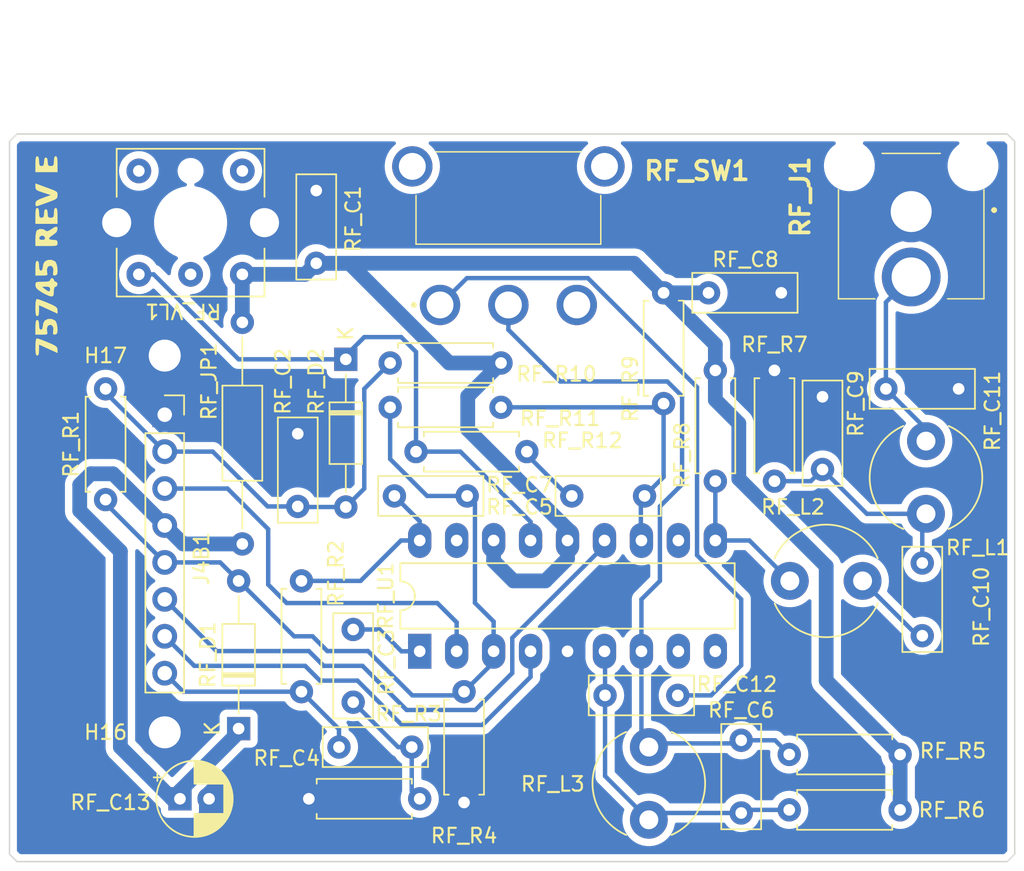
<source format=kicad_pcb>
(kicad_pcb (version 20221018) (generator pcbnew)
  (layers (0 "F.Cu" signal) (31 "B.Cu" signal) (34 "B.Paste" user) (35 "F.Paste" user) (36 "B.SilkS" user "B.Silkscreen") (37 "F.SilkS" user "F.Silkscreen") (38 "B.Mask" user) (39 "F.Mask" user) (44 "Edge.Cuts" user))
  (net 0 "")
  (footprint "Diode_THT:D_DO-35_SOD27_P10.16mm_Horizontal" (layer "F.Cu") (at 140.208 78.74 -90)
    (fp_text reference "RF_D2" (at 1.524 2.032 90) (layer "F.SilkS"))
    (fp_text value "BB329A")
    (fp_text user "K" (at -1.778 0 90) (layer "F.SilkS"))
    (pad "1" thru_hole rect (at 0 0 270) (size 1.6 1.6) (drill 0.8) (layers "F&B.Cu" "*.Mask"))
    (pad "2" thru_hole oval (at 10.16 0 270) (size 1.6 1.6) (drill 0.8) (layers "F&B.Cu" "*.Mask"))
  )
  (footprint "Capacitor_THT:C_Disc_D7.0mm_W2.5mm_P5.00mm" (layer "F.Cu") (at 172.974 86.32 90)
    (fp_text reference "RF_C9" (at 4.532 2.286 90) (layer "F.SilkS"))
    (fp_text value "82pF")
    (pad "1" thru_hole circle (at 0 0 90) (size 1.6 1.6) (drill 0.8) (layers "F&B.Cu" "*.Mask"))
    (pad "2" thru_hole circle (at 5 0 90) (size 1.6 1.6) (drill 0.8) (layers "F&B.Cu" "*.Mask"))
  )
  (footprint "Capacitor_THT:CP_Radial_D5.0mm_P2.00mm" (layer "F.Cu") (at 128.809328 108.966)
    (fp_text reference "RF_C13" (at -4.767552 0.254) (layer "F.SilkS"))
    (fp_text value "10uF")
    (pad "1" thru_hole rect (at 0 0) (size 1.6 1.6) (drill 0.8) (layers "F&B.Cu" "*.Mask"))
    (pad "2" thru_hole circle (at 2 0) (size 1.6 1.6) (drill 0.8) (layers "F&B.Cu" "*.Mask"))
  )
  (footprint "Capacitor_THT:C_Disc_D7.0mm_W2.5mm_P5.00mm" (layer "F.Cu") (at 140.716 97.322 -90)
    (fp_text reference "RF_C3" (at 2.246 -2.286 90) (layer "F.SilkS"))
    (fp_text value "10nF")
    (pad "1" thru_hole circle (at 0 0 270) (size 1.6 1.6) (drill 0.8) (layers "F&B.Cu" "*.Mask"))
    (pad "2" thru_hole circle (at 5 0 270) (size 1.6 1.6) (drill 0.8) (layers "F&B.Cu" "*.Mask"))
  )
  (footprint "Resistor_THT:R_Axial_DIN0207_L6.3mm_D2.5mm_P15.24mm_Horizontal" (layer "F.Cu") (at 133.096 76.2 -90)
    (fp_text reference "RF_JP1" (at 4.064 2.286 90) (layer "F.SilkS"))
    (fp_text value "Jumper_2_Bridged")
    (pad "1" thru_hole circle (at 0 0 270) (size 1.6 1.6) (drill 0.8) (layers "F&B.Cu" "*.Mask"))
    (pad "2" thru_hole oval (at 15.24 0 270) (size 1.6 1.6) (drill 0.8) (layers "F&B.Cu" "*.Mask"))
  )
  (footprint "Resistor_THT:R_Axial_DIN0207_L6.3mm_D2.5mm_P7.62mm_Horizontal" (layer "F.Cu") (at 150.876 78.994 180)
    (fp_text reference "RF_R10" (at -3.81 -0.762) (layer "F.SilkS"))
    (fp_text value "39K")
    (pad "1" thru_hole circle (at 0 0 180) (size 1.6 1.6) (drill 0.8) (layers "F&B.Cu" "*.Mask"))
    (pad "2" thru_hole oval (at 7.62 0 180) (size 1.6 1.6) (drill 0.8) (layers "F&B.Cu" "*.Mask"))
  )
  (footprint "Connector_PinSocket_2.54mm:PinSocket_1x08_P2.54mm_Vertical" (layer "F.Cu") (at 127.762 82.55)
    (fp_text reference "J4B1" (at 2.54 9.906 90) (layer "F.SilkS"))
    (fp_text value "Conn_01x08")
    (pad "1" thru_hole rect (at 0 0) (size 1.7 1.7) (drill 1) (layers "F&B.Cu" "*.Mask"))
    (pad "2" thru_hole oval (at 0 2.54) (size 1.7 1.7) (drill 1) (layers "F&B.Cu" "*.Mask"))
    (pad "3" thru_hole oval (at 0 5.08) (size 1.7 1.7) (drill 1) (layers "F&B.Cu" "*.Mask"))
    (pad "4" thru_hole oval (at 0 7.62) (size 1.7 1.7) (drill 1) (layers "F&B.Cu" "*.Mask"))
    (pad "5" thru_hole oval (at 0 10.16) (size 1.7 1.7) (drill 1) (layers "F&B.Cu" "*.Mask"))
    (pad "6" thru_hole oval (at 0 12.7) (size 1.7 1.7) (drill 1) (layers "F&B.Cu" "*.Mask"))
    (pad "7" thru_hole oval (at 0 15.24) (size 1.7 1.7) (drill 1) (layers "F&B.Cu" "*.Mask"))
    (pad "8" thru_hole oval (at 0 17.78) (size 1.7 1.7) (drill 1) (layers "F&B.Cu" "*.Mask"))
  )
  (footprint "Capacitor_THT:C_Disc_D7.0mm_W2.5mm_P5.00mm" (layer "F.Cu") (at 136.906 83.86 -90)
    (fp_text reference "RF_C2" (at -3.596 1.016 90) (layer "F.SilkS"))
    (fp_text value "10nF")
    (pad "1" thru_hole circle (at 0 0 270) (size 1.6 1.6) (drill 0.8) (layers "F&B.Cu" "*.Mask"))
    (pad "2" thru_hole circle (at 5 0 270) (size 1.6 1.6) (drill 0.8) (layers "F&B.Cu" "*.Mask"))
  )
  (footprint "Resistor_THT:R_Axial_DIN0207_L6.3mm_D2.5mm_P7.62mm_Horizontal" (layer "F.Cu") (at 170.688 109.728)
    (fp_text reference "RF_R6" (at 11.176 0) (layer "F.SilkS"))
    (fp_text value "240R")
    (pad "1" thru_hole circle (at 0 0) (size 1.6 1.6) (drill 0.8) (layers "F&B.Cu" "*.Mask"))
    (pad "2" thru_hole oval (at 7.62 0) (size 1.6 1.6) (drill 0.8) (layers "F&B.Cu" "*.Mask"))
  )
  (footprint "Capacitor_THT:C_Disc_D7.0mm_W2.5mm_P5.00mm" (layer "F.Cu") (at 179.832 97.75 90)
    (fp_text reference "RF_C10" (at 1.992 4.064 90) (layer "F.SilkS"))
    (fp_text value "10pF")
    (pad "1" thru_hole circle (at 0 0 90) (size 1.6 1.6) (drill 0.8) (layers "F&B.Cu" "*.Mask"))
    (pad "2" thru_hole circle (at 5 0 90) (size 1.6 1.6) (drill 0.8) (layers "F&B.Cu" "*.Mask"))
  )
  (footprint "Inductor_THT:L_Radial_D7.5mm_P5.00mm_Fastron_07P" (layer "F.Cu") (at 161.036 105.41 -90)
    (fp_text reference "RF_L3" (at 2.54 6.604) (layer "F.SilkS"))
    (fp_text value "1.5uH")
    (pad "1" thru_hole circle (at 0 0 270) (size 2.6 2.6) (drill 1.3) (layers "F&B.Cu" "*.Mask"))
    (pad "2" thru_hole circle (at 5 0 270) (size 2.6 2.6) (drill 1.3) (layers "F&B.Cu" "*.Mask"))
  )
  (footprint "MountingHole:MountingHole_2.2mm_M2_DIN965_Pad" (layer "F.Cu") (at 127.762 78.486)
    (fp_text reference "H17" (at -4.064 0) (layer "F.SilkS"))
    (fp_text value "MountingHole_Pad")
    (pad "1" thru_hole circle (at 0 0) (size 3.8 3.8) (drill 2.2) (layers "F&B.Cu" "*.Mask"))
  )
  (footprint "Package_DIP:DIP-18_W7.62mm_LongPads" (layer "F.Cu") (at 145.288 98.821 90)
    (fp_text reference "RF_U1" (at 3.81 -2.33 90) (layer "F.SilkS"))
    (fp_text value "LM1889")
    (pad "1" thru_hole rect (at 0 0 90) (size 2.4 1.6) (drill 0.8) (layers "F&B.Cu" "*.Mask"))
    (pad "2" thru_hole oval (at 0 2.54 90) (size 2.4 1.6) (drill 0.8) (layers "F&B.Cu" "*.Mask"))
    (pad "3" thru_hole oval (at 0 5.08 90) (size 2.4 1.6) (drill 0.8) (layers "F&B.Cu" "*.Mask"))
    (pad "4" thru_hole oval (at 0 7.62 90) (size 2.4 1.6) (drill 0.8) (layers "F&B.Cu" "*.Mask"))
    (pad "5" thru_hole oval (at 0 10.16 90) (size 2.4 1.6) (drill 0.8) (layers "F&B.Cu" "*.Mask"))
    (pad "6" thru_hole oval (at 0 12.7 90) (size 2.4 1.6) (drill 0.8) (layers "F&B.Cu" "*.Mask"))
    (pad "7" thru_hole oval (at 0 15.24 90) (size 2.4 1.6) (drill 0.8) (layers "F&B.Cu" "*.Mask"))
    (pad "8" thru_hole oval (at 0 17.78 90) (size 2.4 1.6) (drill 0.8) (layers "F&B.Cu" "*.Mask"))
    (pad "9" thru_hole oval (at 0 20.32 90) (size 2.4 1.6) (drill 0.8) (layers "F&B.Cu" "*.Mask"))
    (pad "10" thru_hole oval (at 7.62 20.32 90) (size 2.4 1.6) (drill 0.8) (layers "F&B.Cu" "*.Mask"))
    (pad "11" thru_hole oval (at 7.62 17.78 90) (size 2.4 1.6) (drill 0.8) (layers "F&B.Cu" "*.Mask"))
    (pad "12" thru_hole oval (at 7.62 15.24 90) (size 2.4 1.6) (drill 0.8) (layers "F&B.Cu" "*.Mask"))
    (pad "13" thru_hole oval (at 7.62 12.7 90) (size 2.4 1.6) (drill 0.8) (layers "F&B.Cu" "*.Mask"))
    (pad "14" thru_hole oval (at 7.62 10.16 90) (size 2.4 1.6) (drill 0.8) (layers "F&B.Cu" "*.Mask"))
    (pad "15" thru_hole oval (at 7.62 7.62 90) (size 2.4 1.6) (drill 0.8) (layers "F&B.Cu" "*.Mask"))
    (pad "16" thru_hole oval (at 7.62 5.08 90) (size 2.4 1.6) (drill 0.8) (layers "F&B.Cu" "*.Mask"))
    (pad "17" thru_hole oval (at 7.62 2.54 90) (size 2.4 1.6) (drill 0.8) (layers "F&B.Cu" "*.Mask"))
    (pad "18" thru_hole oval (at 7.62 0 90) (size 2.4 1.6) (drill 0.8) (layers "F&B.Cu" "*.Mask"))
  )
  (footprint "Capacitor_THT:C_Disc_D7.0mm_W2.5mm_P5.00mm" (layer "F.Cu") (at 163.028 101.854 180)
    (fp_text reference "RF_C12" (at -4.064 0.762) (layer "F.SilkS"))
    (fp_text value "20pF")
    (pad "1" thru_hole circle (at 0 0 180) (size 1.6 1.6) (drill 0.8) (layers "F&B.Cu" "*.Mask"))
    (pad "2" thru_hole circle (at 5 0 180) (size 1.6 1.6) (drill 0.8) (layers "F&B.Cu" "*.Mask"))
  )
  (footprint "Resistor_THT:R_Axial_DIN0207_L6.3mm_D2.5mm_P7.62mm_Horizontal" (layer "F.Cu") (at 137.16 93.98 -90)
    (fp_text reference "RF_R2" (at -0.508 -2.37 90) (layer "F.SilkS"))
    (fp_text value "1K")
    (pad "1" thru_hole circle (at 0 0 270) (size 1.6 1.6) (drill 0.8) (layers "F&B.Cu" "*.Mask"))
    (pad "2" thru_hole oval (at 7.62 0 270) (size 1.6 1.6) (drill 0.8) (layers "F&B.Cu" "*.Mask"))
  )
  (footprint "Capacitor_THT:C_Disc_D7.0mm_W2.5mm_P5.00mm" (layer "F.Cu") (at 138.176 72.136 90)
    (fp_text reference "RF_C1" (at 3.048 2.54 90) (layer "F.SilkS"))
    (fp_text value "1nF")
    (pad "1" thru_hole circle (at 0 0 90) (size 1.6 1.6) (drill 0.8) (layers "F&B.Cu" "*.Mask"))
    (pad "2" thru_hole circle (at 5 0 90) (size 1.6 1.6) (drill 0.8) (layers "F&B.Cu" "*.Mask"))
  )
  (footprint "logos:rf_board_revision" (layer "F.Cu") (at 119.634 71.628 90)
    (fp_text reference "S5" hide)
    (fp_text value "rf_board_rev" hide)
  )
  (footprint "Capacitor_THT:C_Disc_D7.0mm_W2.5mm_P5.00mm" (layer "F.Cu") (at 155.742 88.138)
    (fp_text reference "RF_C7" (at -3.596 -0.762) (layer "F.SilkS"))
    (fp_text value "47pF")
    (pad "1" thru_hole circle (at 0 0) (size 1.6 1.6) (drill 0.8) (layers "F&B.Cu" "*.Mask"))
    (pad "2" thru_hole circle (at 5 0) (size 1.6 1.6) (drill 0.8) (layers "F&B.Cu" "*.Mask"))
  )
  (footprint "Resistor_THT:R_Axial_DIN0207_L6.3mm_D2.5mm_P7.62mm_Horizontal" (layer "F.Cu") (at 162.052 74.168 -90)
    (fp_text reference "RF_R9" (at 6.604 2.286 90) (layer "F.SilkS"))
    (fp_text value "8K2")
    (pad "1" thru_hole circle (at 0 0 270) (size 1.6 1.6) (drill 0.8) (layers "F&B.Cu" "*.Mask"))
    (pad "2" thru_hole oval (at 7.62 0 270) (size 1.6 1.6) (drill 0.8) (layers "F&B.Cu" "*.Mask"))
  )
  (footprint "1101M2S3ABE2:1101M2S3ABE2" (layer "F.Cu") (at 146.6845 75.003 180)
    (fp_text reference "RF_SW1" (at -17.6535 9.217) (layer "F.SilkS") (effects (font (size 1.27 1.27) (thickness 0.254))))
    (fp_text value "SW_SPDT" hide)
    (pad "1" thru_hole circle (at -9.4 0 180) (size 2.775 2.775) (drill 1.85) (layers "F&B.Cu" "*.Mask"))
    (pad "2" thru_hole circle (at -4.7 0 180) (size 2.775 2.775) (drill 1.85) (layers "F&B.Cu" "*.Mask"))
    (pad "3" thru_hole circle (at 0 0 180) (size 2.775 2.775) (drill 1.85) (layers "F&B.Cu" "*.Mask"))
    (pad "4" thru_hole circle (at -11.305 9.53 180) (size 2.775 2.775) (drill 1.85) (layers "F&B.Cu" "*.Mask"))
    (pad "4" thru_hole circle (at 1.905 9.53 180) (size 2.775 2.775) (drill 1.85) (layers "F&B.Cu" "*.Mask"))
  )
  (footprint "RCJ-041:RCJ041_copy" (layer "F.Cu") (at 179.07 68.58 90)
    (fp_text reference "RF_J1" (at 1.016 -7.62 90) (layer "F.SilkS") (effects (font (size 1.27 1.27) (thickness 0.254))))
    (fp_text value "RF_OUT" hide)
    (pad "" np_thru_hole circle (at 3.15 -4.25 90) (size 0.001 0.001) (drill 2.476) (layers "F&B.Cu" "*.Mask"))
    (pad "" np_thru_hole circle (at 3.15 4.25 90) (size 0.001 0.001) (drill 2.476) (layers "F&B.Cu" "*.Mask"))
    (pad "S" thru_hole circle (at 0 0 90) (size 4.227 4.227) (drill 2.818) (layers "F&B.Cu" "*.Mask"))
    (pad "T" thru_hole circle (at -4.5 0 90) (size 4.039 4.039) (drill 2.6926) (layers "F&B.Cu" "*.Mask"))
  )
  (footprint "MountingHole:MountingHole_2.2mm_M2_DIN965_Pad" (layer "F.Cu") (at 127.762 104.394)
    (fp_text reference "H16" (at -4.064 0) (layer "F.SilkS"))
    (fp_text value "MountingHole_Pad")
    (pad "1" thru_hole circle (at 0 0) (size 3.8 3.8) (drill 2.2) (layers "F&B.Cu" "*.Mask"))
  )
  (footprint "Resistor_THT:R_Axial_DIN0207_L6.3mm_D2.5mm_P7.62mm_Horizontal" (layer "F.Cu") (at 178.308 105.918 180)
    (fp_text reference "RF_R5" (at -3.632 0.254) (layer "F.SilkS"))
    (fp_text value "240R")
    (pad "1" thru_hole circle (at 0 0 180) (size 1.6 1.6) (drill 0.8) (layers "F&B.Cu" "*.Mask"))
    (pad "2" thru_hole oval (at 7.62 0 180) (size 1.6 1.6) (drill 0.8) (layers "F&B.Cu" "*.Mask"))
  )
  (footprint "Capacitor_THT:C_Disc_D7.0mm_W2.5mm_P5.00mm" (layer "F.Cu") (at 167.386 104.942 -90)
    (fp_text reference "RF_C6" (at -2.072 0) (layer "F.SilkS"))
    (fp_text value "82pF")
    (pad "1" thru_hole circle (at 0 0 270) (size 1.6 1.6) (drill 0.8) (layers "F&B.Cu" "*.Mask"))
    (pad "2" thru_hole circle (at 5 0 270) (size 1.6 1.6) (drill 0.8) (layers "F&B.Cu" "*.Mask"))
  )
  (footprint "Inductor_THT:L_Radial_D7.5mm_P5.00mm_Fastron_07P" (layer "F.Cu") (at 170.728 93.98)
    (fp_text reference "RF_L2" (at 0.214 -5.08 180) (layer "F.SilkS"))
    (fp_text value "1.4uH")
    (pad "1" thru_hole circle (at 0 0) (size 2.6 2.6) (drill 1.3) (layers "F&B.Cu" "*.Mask"))
    (pad "2" thru_hole circle (at 5 0) (size 2.6 2.6) (drill 1.3) (layers "F&B.Cu" "*.Mask"))
  )
  (footprint "Capacitor_THT:C_Disc_D7.0mm_W2.5mm_P5.00mm" (layer "F.Cu") (at 165.14 74.168)
    (fp_text reference "RF_C8" (at 2.54 -2.286) (layer "F.SilkS"))
    (fp_text value "10nF")
    (pad "1" thru_hole circle (at 0 0) (size 1.6 1.6) (drill 0.8) (layers "F&B.Cu" "*.Mask"))
    (pad "2" thru_hole circle (at 5 0) (size 1.6 1.6) (drill 0.8) (layers "F&B.Cu" "*.Mask"))
  )
  (footprint "Capacitor_THT:C_Disc_D7.0mm_W2.5mm_P5.00mm" (layer "F.Cu") (at 143.55 88.138)
    (fp_text reference "RF_C5" (at 8.596 0.762) (layer "F.SilkS"))
    (fp_text value "47pF")
    (pad "1" thru_hole circle (at 0 0) (size 1.6 1.6) (drill 0.8) (layers "F&B.Cu" "*.Mask"))
    (pad "2" thru_hole circle (at 5 0) (size 1.6 1.6) (drill 0.8) (layers "F&B.Cu" "*.Mask"))
  )
  (footprint "Diode_THT:D_DO-35_SOD27_P10.16mm_Horizontal" (layer "F.Cu") (at 132.842 104.14 90)
    (fp_text reference "RF_D1" (at 5.08 -2.12 90) (layer "F.SilkS"))
    (fp_text value "1N753")
    (fp_text user "K" (at 0 -1.8 90) (layer "F.SilkS"))
    (pad "1" thru_hole rect (at 0 0 90) (size 1.6 1.6) (drill 0.8) (layers "F&B.Cu" "*.Mask"))
    (pad "2" thru_hole oval (at 10.16 0 90) (size 1.6 1.6) (drill 0.8) (layers "F&B.Cu" "*.Mask"))
  )
  (footprint "Capacitor_THT:C_Disc_D7.0mm_W2.5mm_P5.00mm" (layer "F.Cu") (at 177.332 80.772)
    (fp_text reference "RF_C11" (at 7.326 1.524 90) (layer "F.SilkS"))
    (fp_text value "270pF")
    (pad "1" thru_hole circle (at 0 0) (size 1.6 1.6) (drill 0.8) (layers "F&B.Cu" "*.Mask"))
    (pad "2" thru_hole circle (at 5 0) (size 1.6 1.6) (drill 0.8) (layers "F&B.Cu" "*.Mask"))
  )
  (footprint "Capacitor_THT:C_Disc_D7.0mm_W2.5mm_P5.00mm" (layer "F.Cu") (at 144.74 105.41 180)
    (fp_text reference "RF_C4" (at 8.596 -0.762) (layer "F.SilkS"))
    (fp_text value "47pF")
    (pad "1" thru_hole circle (at 0 0 180) (size 1.6 1.6) (drill 0.8) (layers "F&B.Cu" "*.Mask"))
    (pad "2" thru_hole circle (at 5 0 180) (size 1.6 1.6) (drill 0.8) (layers "F&B.Cu" "*.Mask"))
  )
  (footprint "Resistor_THT:R_Axial_DIN0207_L6.3mm_D2.5mm_P7.62mm_Horizontal" (layer "F.Cu") (at 143.256 82.042)
    (fp_text reference "RF_R11" (at 11.684 0.762) (layer "F.SilkS"))
    (fp_text value "4K7")
    (pad "1" thru_hole circle (at 0 0) (size 1.6 1.6) (drill 0.8) (layers "F&B.Cu" "*.Mask"))
    (pad "2" thru_hole oval (at 7.62 0) (size 1.6 1.6) (drill 0.8) (layers "F&B.Cu" "*.Mask"))
  )
  (footprint "Resistor_THT:R_Axial_DIN0207_L6.3mm_D2.5mm_P7.62mm_Horizontal" (layer "F.Cu") (at 169.672 87.122 90)
    (fp_text reference "RF_R7" (at 9.398 0) (layer "F.SilkS"))
    (fp_text value "47R")
    (pad "1" thru_hole circle (at 0 0 90) (size 1.6 1.6) (drill 0.8) (layers "F&B.Cu" "*.Mask"))
    (pad "2" thru_hole oval (at 7.62 0 90) (size 1.6 1.6) (drill 0.8) (layers "F&B.Cu" "*.Mask"))
  )
  (footprint "Resistor_THT:R_Axial_DIN0207_L6.3mm_D2.5mm_P7.62mm_Horizontal" (layer "F.Cu") (at 165.608 87.122 90)
    (fp_text reference "RF_R8" (at 1.778 -2.286 270) (layer "F.SilkS"))
    (fp_text value "82R")
    (pad "1" thru_hole circle (at 0 0 90) (size 1.6 1.6) (drill 0.8) (layers "F&B.Cu" "*.Mask"))
    (pad "2" thru_hole oval (at 7.62 0 90) (size 1.6 1.6) (drill 0.8) (layers "F&B.Cu" "*.Mask"))
  )
  (footprint "Resistor_THT:R_Axial_DIN0207_L6.3mm_D2.5mm_P7.62mm_Horizontal" (layer "F.Cu") (at 123.698 88.392 90)
    (fp_text reference "RF_R1" (at 3.81 -2.37 90) (layer "F.SilkS"))
    (fp_text value "39K")
    (pad "1" thru_hole circle (at 0 0 90) (size 1.6 1.6) (drill 0.8) (layers "F&B.Cu" "*.Mask"))
    (pad "2" thru_hole oval (at 7.62 0 90) (size 1.6 1.6) (drill 0.8) (layers "F&B.Cu" "*.Mask"))
  )
  (footprint "Inductor_THT:L_Radial_D7.5mm_P5.00mm_Fastron_07P" (layer "F.Cu") (at 180.086 89.368 90)
    (fp_text reference "RF_L1" (at -2.326 3.556) (layer "F.SilkS"))
    (fp_text value "1.4uH")
    (pad "1" thru_hole circle (at 0 0 90) (size 2.6 2.6) (drill 1.3) (layers "F&B.Cu" "*.Mask"))
    (pad "2" thru_hole circle (at 5 0 90) (size 2.6 2.6) (drill 1.3) (layers "F&B.Cu" "*.Mask"))
  )
  (footprint "Variable_Inductors:Sumida_73279" (layer "F.Cu") (at 129.54 69.342 180)
    (fp_text reference "RF_VL1" (at 0.508 -6.096 180 unlocked) (layer "F.SilkS"))
    (fp_text value "Sumida_73279")
    (pad "1" thru_hole circle (at 3.556 -3.556 180) (size 1.7 1.7) (drill 0.8) (layers "F&B.Cu" "*.Mask"))
    (pad "2" thru_hole circle (at 0 -3.556 180) (size 1.7 1.7) (drill 0.8) (layers "F&B.Cu" "*.Mask"))
    (pad "3" thru_hole circle (at -3.556 -3.556 180) (size 1.7 1.7) (drill 0.8) (layers "F&B.Cu" "*.Mask"))
    (pad "4" thru_hole circle (at -3.556 3.556 180) (size 1.7 1.7) (drill 0.8) (layers "F&B.Cu" "*.Mask"))
    (pad "5" thru_hole circle (at 0 3.556 180) (size 1.524 1.524) (drill 0.762) (layers "F&B.Cu") (remove_unused_layers))
    (pad "6" thru_hole circle (at 3.556 3.556 180) (size 1.7 1.7) (drill 0.8) (layers "F&B.Cu" "*.Mask"))
    (pad "7" thru_hole circle (at 0 0 180) (size 5 5) (drill 4) (layers "F&B.Cu" "*.Mask") (remove_unused_layers))
    (pad "S" thru_hole circle (at -5.08 0 180) (size 3 3) (drill 2) (layers "F&B.Cu" "*.Mask"))
    (pad "S" thru_hole circle (at 5.08 0 180) (size 3 3) (drill 2) (layers "F&B.Cu" "*.Mask"))
  )
  (footprint "Resistor_THT:R_Axial_DIN0207_L6.3mm_D2.5mm_P7.62mm_Horizontal" (layer "F.Cu") (at 137.668 108.966)
    (fp_text reference "RF_R3" (at 6.858 -5.842) (layer "F.SilkS"))
    (fp_text value "1K")
    (pad "1" thru_hole circle (at 0 0) (size 1.6 1.6) (drill 0.8) (layers "F&B.Cu" "*.Mask"))
    (pad "2" thru_hole oval (at 7.62 0) (size 1.6 1.6) (drill 0.8) (layers "F&B.Cu" "*.Mask"))
  )
  (footprint "Resistor_THT:R_Axial_DIN0207_L6.3mm_D2.5mm_P7.62mm_Horizontal" (layer "F.Cu") (at 148.336 109.22 90)
    (fp_text reference "RF_R4" (at -2.286 0 180) (layer "F.SilkS"))
    (fp_text value "1K")
    (pad "1" thru_hole circle (at 0 0 90) (size 1.6 1.6) (drill 0.8) (layers "F&B.Cu" "*.Mask"))
    (pad "2" thru_hole oval (at 7.62 0 90) (size 1.6 1.6) (drill 0.8) (layers "F&B.Cu" "*.Mask"))
  )
  (footprint "Resistor_THT:R_Axial_DIN0207_L6.3mm_D2.5mm_P7.62mm_Horizontal" (layer "F.Cu") (at 152.654 85.09 180)
    (fp_text reference "RF_R12" (at -3.81 0.762 180) (layer "F.SilkS"))
    (fp_text value "15K")
    (pad "1" thru_hole circle (at 0 0 180) (size 1.6 1.6) (drill 0.8) (layers "F&B.Cu" "*.Mask"))
    (pad "2" thru_hole oval (at 7.62 0 180) (size 1.6 1.6) (drill 0.8) (layers "F&B.Cu" "*.Mask"))
  )
  (gr_line (start 186.182 112.776) (end 186.182 63.754) (stroke (width 0.1)) (layer "Edge.Cuts"))
  (gr_line (start 185.674 113.284) (end 186.182 112.776) (stroke (width 0.1)) (layer "Edge.Cuts"))
  (gr_line (start 117.094 112.776) (end 117.094 63.754) (stroke (width 0.1)) (layer "Edge.Cuts"))
  (gr_line (start 117.602 63.246) (end 117.094 63.754) (stroke (width 0.1)) (layer "Edge.Cuts"))
  (gr_line (start 117.602 63.246) (end 185.674 63.246) (stroke (width 0.1)) (layer "Edge.Cuts"))
  (gr_line (start 117.602 113.284) (end 185.674 113.284) (stroke (width 0.1)) (layer "Edge.Cuts"))
  (gr_line (start 117.094 112.776) (end 117.602 113.284) (stroke (width 0.1)) (layer "Edge.Cuts"))
  (gr_line (start 185.674 63.246) (end 186.182 63.754) (stroke (width 0.1)) (layer "Edge.Cuts"))
  (segment (start 128.809328 108.426672) (end 128.809328 108.966) (width 1.016) (layer "B.Cu") (net 0))
  (segment (start 161.798 88.85995) (end 163.322 87.33595) (width 0.3048) (layer "B.Cu") (net 0))
  (segment (start 140.208 88.9) (end 136.946 88.9) (width 0.3048) (layer "B.Cu") (net 0))
  (segment (start 151.6508 100.3172) (end 151.6508 97.900251) (width 0.3048) (layer "B.Cu") (net 0))
  (segment (start 142.534 97.322) (end 140.716 97.322) (width 0.3048) (layer "B.Cu") (net 0))
  (segment (start 165.608 77.724) (end 162.052 74.168) (width 1.016) (layer "B.Cu") (net 0))
  (segment (start 131.572 92.71) (end 132.842 93.98) (width 0.3048) (layer "B.Cu") (net 0))
  (segment (start 140.208 78.74) (end 140.208 78.486) (width 0.3048) (layer "B.Cu") (net 0))
  (segment (start 144.74 105.41) (end 144.74 108.418) (width 0.3048) (layer "B.Cu") (net 0))
  (segment (start 132.842 78.74) (end 127 72.898) (width 0.3048) (layer "B.Cu") (net 0))
  (segment (start 177.332 74.818) (end 179.07 73.08) (width 0.3048) (layer "B.Cu") (net 0))
  (segment (start 148.336 101.6) (end 150.368 99.568) (width 0.3048) (layer "B.Cu") (net 0))
  (segment (start 132.842 104.14) (end 132.842 104.394) (width 1.016) (layer "B.Cu") (net 0))
  (segment (start 144.003 91.201) (end 145.288 91.201) (width 0.3048) (layer "B.Cu") (net 0))
  (segment (start 121.92 89.154) (end 124.714 91.948) (width 1.016) (layer "B.Cu") (net 0))
  (segment (start 127.762 97.79) (end 129.794 99.822) (width 0.3048) (layer "B.Cu") (net 0))
  (segment (start 152.908 100.584) (end 152.908 98.821) (width 0.3048) (layer "B.Cu") (net 0))
  (segment (start 160.02 72.136) (end 162.052 74.168) (width 1.016) (layer "B.Cu") (net 0))
  (segment (start 151.731 93.98) (end 153.924 93.98) (width 1.016) (layer "B.Cu") (net 0))
  (segment (start 131.318 98.806) (end 137.668 98.806) (width 0.3048) (layer "B.Cu") (net 0))
  (segment (start 167.6 109.728) (end 167.386 109.942) (width 0.3048) (layer "B.Cu") (net 0))
  (segment (start 169.712 104.942) (end 170.688 105.918) (width 0.3048) (layer "B.Cu") (net 0))
  (segment (start 123.698 88.646) (end 123.698 88.392) (width 0.3048) (layer "B.Cu") (net 0))
  (segment (start 150.368 98.821) (end 150.368 96.774) (width 0.3048) (layer "B.Cu") (net 0))
  (segment (start 179.832 92.75) (end 179.832 89.622) (width 0.3048) (layer "B.Cu") (net 0))
  (segment (start 167.172 105.156) (end 167.386 104.942) (width 0.3048) (layer "B.Cu") (net 0))
  (segment (start 179.832 89.622) (end 180.086 89.368) (width 0.3048) (layer "B.Cu") (net 0))
  (segment (start 123.698 81.026) (end 127.762 85.09) (width 0.3048) (layer "B.Cu") (net 0))
  (segment (start 144.74 105.41) (end 143.804 105.41) (width 0.3048) (layer "B.Cu") (net 0))
  (segment (start 144.05795 103.886) (end 149.606 103.886) (width 0.3048) (layer "B.Cu") (net 0))
  (segment (start 141.478 77.216) (end 144.018 77.216) (width 0.3048) (layer "B.Cu") (net 0))
  (segment (start 175.728 93.98) (end 179.498 97.75) (width 0.3048) (layer "B.Cu") (net 0))
  (segment (start 165.608 81.534) (end 165.608 77.724) (width 1.016) (layer "B.Cu") (net 0))
  (segment (start 154.94 80.264) (end 151.3845 76.7085) (width 0.3048) (layer "B.Cu") (net 0))
  (segment (start 128.27 108.966) (end 128.809328 108.966) (width 1.016) (layer "B.Cu") (net 0))
  (segment (start 143.256 85.598) (end 145.796 88.138) (width 0.3048) (layer "B.Cu") (net 0))
  (segment (start 123.698 80.772) (end 123.698 81.026) (width 0.3048) (layer "B.Cu") (net 0))
  (segment (start 148.59 81.28) (end 148.59 83.566) (width 1.016) (layer "B.Cu") (net 0))
  (segment (start 149.0852 88.6732) (end 148.55 88.138) (width 0.3048) (layer "B.Cu") (net 0))
  (segment (start 138.684 99.822) (end 141.351 99.822) (width 0.3048) (layer "B.Cu") (net 0))
  (segment (start 150.368 92.617) (end 151.731 93.98) (width 1.016) (layer "B.Cu") (net 0))
  (segment (start 144.78 101.854) (end 141.732 98.806) (width 0.3048) (layer "B.Cu") (net 0))
  (segment (start 180.086 83.526) (end 180.086 84.368) (width 0.3048) (layer "B.Cu") (net 0))
  (segment (start 177.332 80.772) (end 180.086 83.526) (width 0.3048) (layer "B.Cu") (net 0))
  (segment (start 149.606 103.886) (end 152.908 100.584) (width 0.3048) (layer "B.Cu") (net 0))
  (segment (start 138.938 98.806) (end 137.922 97.79) (width 0.3048) (layer "B.Cu") (net 0))
  (segment (start 152.908 91.201) (end 152.908 89.916) (width 0.3048) (layer "B.Cu") (net 0))
  (segment (start 132.842 104.394) (end 128.809328 108.426672) (width 1.016) (layer "B.Cu") (net 0))
  (segment (start 133.096 91.44) (end 129.032 91.44) (width 1.016) (layer "B.Cu") (net 0))
  (segment (start 167.2208 83.1468) (end 165.608 81.534) (width 1.016) (layer "B.Cu") (net 0))
  (segment (start 161.504 109.942) (end 161.036 110.41) (width 0.3048) (layer "B.Cu") (net 0))
  (segment (start 150.368 96.774) (end 149.0852 95.4912) (width 0.3048) (layer "B.Cu") (net 0))
  (segment (start 141.224 93.98) (end 144.003 91.201) (width 0.3048) (layer "B.Cu") (net 0))
  (segment (start 127.762 92.71) (end 123.698 88.646) (width 0.3048) (layer "B.Cu") (net 0))
  (segment (start 178.308 105.918) (end 173.228 100.838) (width 1.016) (layer "B.Cu") (net 0))
  (segment (start 141.478 87.63) (end 141.478 80.772) (width 0.3048) (layer "B.Cu") (net 0))
  (segment (start 134.874 90.424) (end 132.08 87.63) (width 0.3048) (layer "B.Cu") (net 0))
  (segment (start 136.906 88.86) (end 134.834 88.86) (width 0.3048) (layer "B.Cu") (net 0))
  (segment (start 144.74 108.418) (end 145.288 108.966) (width 0.3048) (layer "B.Cu") (net 0))
  (segment (start 151.3845 76.7085) (end 151.3845 75.003) (width 0.3048) (layer "B.Cu") (net 0))
  (segment (start 161.036 110.41) (end 158.028 107.402) (width 0.3048) (layer "B.Cu") (net 0))
  (segment (start 165.608 87.376) (end 165.608 91.201) (width 0.3048) (layer "B.Cu") (net 0))
  (segment (start 167.386 104.942) (end 169.712 104.942) (width 0.3048) (layer "B.Cu") (net 0))
  (segment (start 146.5008 95.504) (end 136.144 95.504) (width 0.3048) (layer "B.Cu") (net 0))
  (segment (start 145.288 91.201) (end 145.288 89.876) (width 0.3048) (layer "B.Cu") (net 0))
  (segment (start 133.096 72.898) (end 137.414 72.898) (width 1.016) (layer "B.Cu") (net 0))
  (segment (start 137.922 97.79) (end 136.652 97.79) (width 0.3048) (layer "B.Cu") (net 0))
  (segment (start 178.308 109.652) (end 178.232 109.728) (width 1.016) (layer "B.Cu") (net 0))
  (segment (start 141.00995 100.838) (end 144.05795 103.886) (width 0.3048) (layer "B.Cu") (net 0))
  (segment (start 167.386 95.25) (end 164.3508 92.2148) (width 0.3048) (layer "B.Cu") (net 0))
  (segment (start 161.036 105.41) (end 161.29 105.156) (width 0.3048) (layer "B.Cu") (net 0))
  (segment (start 122.682 86.614) (end 121.92 87.376) (width 1.016) (layer "B.Cu") (net 0))
  (segment (start 161.036 105.41) (end 160.528 104.902) (width 0.3048) (layer "B.Cu") (net 0))
  (segment (start 155.488 88.138) (end 152.654 85.304) (width 0.3048) (layer "B.Cu") (net 0))
  (segment (start 150.876 82.042) (end 161.798 82.042) (width 0.3048) (layer "B.Cu") (net 0))
  (segment (start 124.714 91.948) (end 124.714 105.41) (width 1.016) (layer "B.Cu") (net 0))
  (segment (start 150.876 78.994) (end 148.59 81.28) (width 1.016) (layer "B.Cu") (net 0))
  (segment (start 160.528 104.902) (end 160.528 98.821) (width 0.3048) (layer "B.Cu") (net 0))
  (segment (start 137.668 98.806) (end 138.684 99.822) (width 0.3048) (layer "B.Cu") (net 0))
  (segment (start 141.478 80.772) (end 143.256 78.994) (width 0.3048) (layer "B.Cu") (net 0))
  (segment (start 148.5292 73.1583) (end 146.6845 75.003) (width 0.3048) (layer "B.Cu") (net 0))
  (segment (start 165.608 91.201) (end 167.949 91.201) (width 0.3048) (layer "B.Cu") (net 0))
  (segment (start 124.206 86.614) (end 122.682 86.614) (width 1.016) (layer "B.Cu") (net 0))
  (segment (start 152.908 89.916) (end 148.082 85.09) (width 0.3048) (layer "B.Cu") (net 0))
  (segment (start 134.834 88.86) (end 131.064 85.09) (width 0.3048) (layer "B.Cu") (net 0))
  (segment (start 161.29 105.156) (end 167.172 105.156) (width 0.3048) (layer "B.Cu") (net 0))
  (segment (start 173.228 100.838) (end 173.228 92.964) (width 1.016) (layer "B.Cu") (net 0))
  (segment (start 176.022 89.368) (end 172.974 86.32) (width 0.3048) (layer "B.Cu") (net 0))
  (segment (start 127.762 95.25) (end 131.318 98.806) (width 0.3048) (layer "B.Cu") (net 0))
  (segment (start 134.874 94.234) (end 134.874 90.424) (width 0.3048) (layer "B.Cu") (net 0))
  (segment (start 129.032 101.6) (end 127.762 100.33) (width 0.3048) (layer "B.Cu") (net 0))
  (segment (start 133.096 76.2) (end 133.096 72.898) (width 1.016) (layer "B.Cu") (net 0))
  (segment (start 136.144 95.504) (end 134.874 94.234) (width 0.3048) (layer "B.Cu") (net 0))
  (segment (start 127.762 92.71) (end 131.572 92.71) (width 0.3048) (layer "B.Cu") (net 0))
  (segment (start 170.688 109.728) (end 167.6 109.728) (width 0.3048) (layer "B.Cu") (net 0))
  (segment (start 140.451805 72.136) (end 138.176 72.136) (width 1.016) (layer "B.Cu") (net 0))
  (segment (start 162.30595 80.264) (end 154.94 80.264) (width 0.3048) (layer "B.Cu") (net 0))
  (segment (start 161.798 82.042) (end 162.052 81.788) (width 0.3048) (layer "B.Cu") (net 0))
  (segment (start 145.288 89.876) (end 143.55 88.138) (width 0.3048) (layer "B.Cu") (net 0))
  (segment (start 132.08 87.63) (end 127.762 87.63) (width 0.3048) (layer "B.Cu") (net 0))
  (segment (start 136.946 88.9) (end 136.906 88.86) (width 0.3048) (layer "B.Cu") (net 0))
  (segment (start 162.052 74.168) (end 165.14 74.168) (width 1.016) (layer "B.Cu") (net 0))
  (segment (start 164.3508 80.6605) (end 156.8486 73.1583) (width 0.3048) (layer "B.Cu") (net 0))
  (segment (start 137.16 93.98) (end 141.224 93.98) (width 0.3048) (layer "B.Cu") (net 0))
  (segment (start 163.028 101.854) (end 165.314 101.854) (width 0.3048) (layer "B.Cu") (net 0))
  (segment (start 150.876 78.994) (end 147.309805 78.994) (width 1.016) (layer "B.Cu") (net 0))
  (segment (start 155.448 90.424) (end 155.448 91.201) (width 1.016) (layer "B.Cu") (net 0))
  (segment (start 173.228 92.964) (end 167.2208 86.9568) (width 1.016) (layer "B.Cu") (net 0))
  (segment (start 153.924 93.98) (end 155.448 92.456) (width 1.016) (layer "B.Cu") (net 0))
  (segment (start 145.796 88.138) (end 148.55 88.138) (width 0.3048) (layer "B.Cu") (net 0))
  (segment (start 167.949 91.201) (end 170.728 93.98) (width 0.3048) (layer "B.Cu") (net 0))
  (segment (start 137.414 99.822) (end 138.43 100.838) (width 0.3048) (layer "B.Cu") (net 0))
  (segment (start 140.208 78.74) (end 132.842 78.74) (width 0.3048) (layer "B.Cu") (net 0))
  (segment (start 147.309805 78.994) (end 140.451805 72.136) (width 1.016) (layer "B.Cu") (net 0))
  (segment (start 138.176 72.136) (end 160.02 72.136) (width 1.016) (layer "B.Cu") (net 0))
  (segment (start 141.351 99.822) (end 144.3862 102.8572) (width 0.3048) (layer "B.Cu") (net 0))
  (segment (start 160.528 95.25) (end 161.798 93.98) (width 0.3048) (layer "B.Cu") (net 0))
  (segment (start 145.034 78.232) (end 145.034 85.09) (width 0.3048) (layer "B.Cu") (net 0))
  (segment (start 143.256 82.042) (end 143.256 85.598) (width 0.3048) (layer "B.Cu") (net 0))
  (segment (start 179.498 97.75) (end 179.832 97.75) (width 0.3048) (layer "B.Cu") (net 0))
  (segment (start 165.314 101.854) (end 167.386 99.782) (width 0.3048) (layer "B.Cu") (net 0))
  (segment (start 150.368 91.201) (end 150.368 92.617) (width 1.016) (layer "B.Cu") (net 0))
  (segment (start 161.798 93.98) (end 161.798 88.85995) (width 0.3048) (layer "B.Cu") (net 0))
  (segment (start 151.6508 97.900251) (end 157.988 91.563051) (width 0.3048) (layer "B.Cu") (net 0))
  (segment (start 144.033 98.821) (end 142.534 97.322) (width 0.3048) (layer "B.Cu") (net 0))
  (segment (start 178.308 105.918) (end 178.308 109.652) (width 1.016) (layer "B.Cu") (net 0))
  (segment (start 167.2208 86.9568) (end 167.2208 83.1468) (width 1.016) (layer "B.Cu") (net 0))
  (segment (start 148.336 101.6) (end 148.082 101.854) (width 0.3048) (layer "B.Cu") (net 0))
  (segment (start 158.028 98.861) (end 157.988 98.821) (width 0.3048) (layer "B.Cu") (net 0))
  (segment (start 160.488 91.161) (end 160.528 91.201) (width 0.3048) (layer "B.Cu") (net 0))
  (segment (start 160.488 88.392) (end 160.488 91.161) (width 0.3048) (layer "B.Cu") (net 0))
  (segment (start 127 72.898) (end 125.984 72.898) (width 0.3048) (layer "B.Cu") (net 0))
  (segment (start 140.208 78.486) (end 141.478 77.216) (width 0.3048) (layer "B.Cu") (net 0))
  (segment (start 163.322 87.33595) (end 163.322 81.28005) (width 0.3048) (layer "B.Cu") (net 0))
  (segment (start 147.828 96.8312) (end 147.828 98.821) (width 0.3048) (layer "B.Cu") (net 0))
  (segment (start 167.386 109.942) (end 161.504 109.942) (width 0.3048) (layer "B.Cu") (net 0))
  (segment (start 169.672 87.122) (end 172.172 87.122) (width 0.3048) (layer "B.Cu") (net 0))
  (segment (start 148.082 85.09) (end 145.034 85.09) (width 0.3048) (layer "B.Cu") (net 0))
  (segment (start 121.92 87.376) (end 121.92 89.154) (width 1.016) (layer "B.Cu") (net 0))
  (segment (start 139.74 104.18) (end 137.16 101.6) (width 0.3048) (layer "B.Cu") (net 0))
  (segment (start 160.528 98.821) (end 160.528 95.25) (width 0.3048) (layer "B.Cu") (net 0))
  (segment (start 162.052 81.788) (end 162.052 86.828) (width 0.3048) (layer "B.Cu") (net 0))
  (segment (start 162.052 86.828) (end 160.488 88.392) (width 0.3048) (layer "B.Cu") (net 0))
  (segment (start 180.086 89.368) (end 176.022 89.368) (width 0.3048) (layer "B.Cu") (net 0))
  (segment (start 144.018 77.216) (end 145.034 78.232) (width 0.3048) (layer "B.Cu") (net 0))
  (segment (start 155.448 92.456) (end 155.448 91.201) (width 1.016) (layer "B.Cu") (net 0))
  (segment (start 138.43 100.838) (end 141.00995 100.838) (width 0.3048) (layer "B.Cu") (net 0))
  (segment (start 137.16 101.6) (end 129.032 101.6) (width 0.3048) (layer "B.Cu") (net 0))
  (segment (start 164.3508 92.2148) (end 164.3508 80.6605) (width 0.3048) (layer "B.Cu") (net 0))
  (segment (start 144.3862 102.8572) (end 149.1108 102.8572) (width 0.3048) (layer "B.Cu") (net 0))
  (segment (start 158.028 101.854) (end 158.028 98.861) (width 0.3048) (layer "B.Cu") (net 0))
  (segment (start 163.322 81.28005) (end 162.30595 80.264) (width 0.3048) (layer "B.Cu") (net 0))
  (segment (start 172.172 87.122) (end 172.974 86.32) (width 0.3048) (layer "B.Cu") (net 0))
  (segment (start 149.1108 102.8572) (end 151.6508 100.3172) (width 0.3048) (layer "B.Cu") (net 0))
  (segment (start 139.74 105.41) (end 139.74 104.18) (width 0.3048) (layer "B.Cu") (net 0))
  (segment (start 127.762 90.17) (end 124.206 86.614) (width 1.016) (layer "B.Cu") (net 0))
  (segment (start 167.386 99.782) (end 167.386 95.25) (width 0.3048) (layer "B.Cu") (net 0))
  (segment (start 158.028 107.402) (end 158.028 101.854) (width 0.3048) (layer "B.Cu") (net 0))
  (segment (start 124.714 105.41) (end 128.27 108.966) (width 1.016) (layer "B.Cu") (net 0))
  (segment (start 137.414 72.898) (end 138.176 72.136) (width 1.016) (layer "B.Cu") (net 0))
  (segment (start 141.732 98.806) (end 138.938 98.806) (width 0.3048) (layer "B.Cu") (net 0))
  (segment (start 152.654 85.304) (end 152.654 85.09) (width 0.3048) (layer "B.Cu") (net 0))
  (segment (start 149.0852 95.4912) (end 149.0852 88.6732) (width 0.3048) (layer "B.Cu") (net 0))
  (segment (start 156.8486 73.1583) (end 148.5292 73.1583) (width 0.3048) (layer "B.Cu") (net 0))
  (segment (start 148.59 83.566) (end 155.448 90.424) (width 1.016) (layer "B.Cu") (net 0))
  (segment (start 136.652 97.79) (end 132.842 93.98) (width 0.3048) (layer "B.Cu") (net 0))
  (segment (start 141.478 87.63) (end 140.208 88.9) (width 0.3048) (layer "B.Cu") (net 0))
  (segment (start 177.332 80.772) (end 177.332 74.818) (width 0.3048) (layer "B.Cu") (net 0))
  (segment (start 129.794 99.822) (end 137.414 99.822) (width 0.3048) (layer "B.Cu") (net 0))
  (segment (start 157.988 91.563051) (end 157.988 91.201) (width 0.3048) (layer "B.Cu") (net 0))
  (segment (start 145.288 98.821) (end 144.033 98.821) (width 0.3048) (layer "B.Cu") (net 0))
  (segment (start 150.368 99.568) (end 150.368 98.821) (width 0.3048) (layer "B.Cu") (net 0))
  (segment (start 146.5008 95.504) (end 147.828 96.8312) (width 0.3048) (layer "B.Cu") (net 0))
  (segment (start 131.064 85.09) (end 127.762 85.09) (width 0.3048) (layer "B.Cu") (net 0))
  (segment (start 129.032 91.44) (end 127.762 90.17) (width 1.016) (layer "B.Cu") (net 0))
  (segment (start 148.082 101.854) (end 144.78 101.854) (width 0.3048) (layer "B.Cu") (net 0))
  (segment (start 143.804 105.41) (end 140.716 102.322) (width 0.3048) (layer "B.Cu") (net 0))
  (zone (net 0) (net_name "") (layer "B.Cu") (connect_pads yes (clearance 0.508)) (min_thickness 0.254) (fill yes (thermal_gap 0.3048) (thermal_bridge_width 0.508))
    (polygon (pts (xy 186.182 113.284) (xy 117.094 113.284) (xy 117.094 63.246) (xy 186.182 63.246)))
  )
)
</source>
